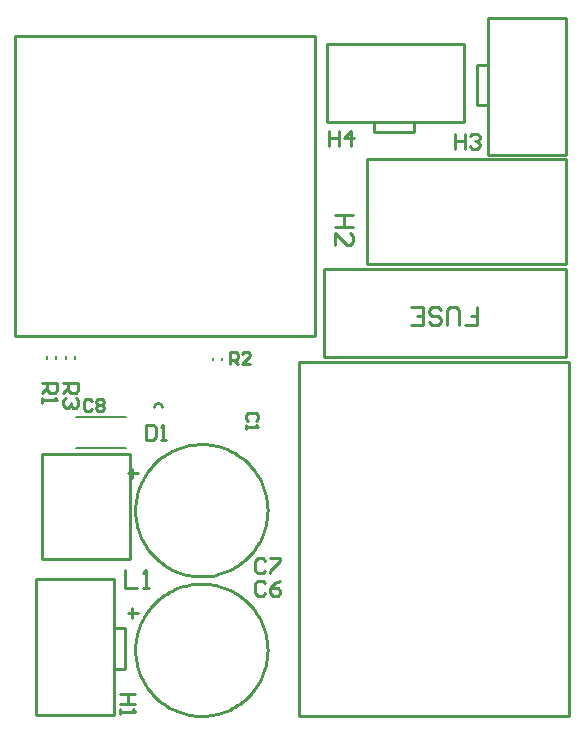
<source format=gto>
G04*
G04 #@! TF.GenerationSoftware,Altium Limited,Altium Designer,20.1.12 (249)*
G04*
G04 Layer_Color=65535*
%FSLAX25Y25*%
%MOIN*%
G70*
G04*
G04 #@! TF.SameCoordinates,52F10900-DB58-4C41-AEEA-7F3F7A3DCA95*
G04*
G04*
G04 #@! TF.FilePolarity,Positive*
G04*
G01*
G75*
%ADD10C,0.01000*%
%ADD11C,0.00787*%
%ADD12C,0.00500*%
D10*
X189250Y206000D02*
X188884Y206884D01*
X188000Y207250D01*
X187116Y206884D01*
X186750Y206000D01*
X224547Y125000D02*
X224525Y125996D01*
X224457Y126990D01*
X224345Y127981D01*
X224188Y128965D01*
X223987Y129941D01*
X223741Y130906D01*
X223453Y131860D01*
X223121Y132800D01*
X222748Y133724D01*
X222333Y134630D01*
X221878Y135516D01*
X221382Y136381D01*
X220849Y137223D01*
X220278Y138040D01*
X219670Y138830D01*
X219028Y139591D01*
X218352Y140323D01*
X217643Y141024D01*
X216904Y141692D01*
X216135Y142326D01*
X215338Y142924D01*
X214515Y143486D01*
X213667Y144010D01*
X212797Y144495D01*
X211905Y144940D01*
X210995Y145345D01*
X210067Y145708D01*
X209123Y146029D01*
X208166Y146307D01*
X207197Y146541D01*
X206219Y146731D01*
X205234Y146877D01*
X204242Y146978D01*
X203247Y147035D01*
X202251Y147046D01*
X201255Y147012D01*
X200261Y146933D01*
X199273Y146810D01*
X198291Y146642D01*
X197317Y146429D01*
X196354Y146173D01*
X195403Y145874D01*
X194467Y145532D01*
X193548Y145148D01*
X192647Y144723D01*
X191765Y144257D01*
X190906Y143753D01*
X190071Y143210D01*
X189260Y142629D01*
X188477Y142013D01*
X187723Y141362D01*
X186999Y140678D01*
X186306Y139961D01*
X185646Y139214D01*
X185021Y138438D01*
X184432Y137634D01*
X183879Y136805D01*
X183365Y135952D01*
X182890Y135076D01*
X182455Y134179D01*
X182060Y133264D01*
X181708Y132332D01*
X181398Y131385D01*
X181131Y130425D01*
X180907Y129454D01*
X180728Y128473D01*
X180593Y127486D01*
X180503Y126494D01*
X180458Y125498D01*
Y124502D01*
X180503Y123506D01*
X180593Y122514D01*
X180728Y121526D01*
X180907Y120546D01*
X181131Y119575D01*
X181398Y118615D01*
X181708Y117668D01*
X182060Y116736D01*
X182455Y115821D01*
X182890Y114924D01*
X183365Y114048D01*
X183880Y113195D01*
X184432Y112365D01*
X185021Y111562D01*
X185646Y110786D01*
X186306Y110039D01*
X186999Y109322D01*
X187723Y108638D01*
X188477Y107987D01*
X189260Y107371D01*
X190071Y106790D01*
X190906Y106247D01*
X191765Y105743D01*
X192647Y105277D01*
X193548Y104852D01*
X194467Y104468D01*
X195403Y104126D01*
X196354Y103827D01*
X197317Y103571D01*
X198291Y103358D01*
X199273Y103190D01*
X200262Y103067D01*
X201255Y102988D01*
X202251Y102954D01*
X203247Y102965D01*
X204242Y103022D01*
X205234Y103123D01*
X206220Y103269D01*
X207198Y103459D01*
X208166Y103693D01*
X209123Y103971D01*
X210067Y104292D01*
X210995Y104655D01*
X211906Y105060D01*
X212797Y105505D01*
X213667Y105990D01*
X214515Y106514D01*
X215338Y107076D01*
X216135Y107675D01*
X216904Y108308D01*
X217643Y108976D01*
X218352Y109677D01*
X219028Y110409D01*
X219671Y111171D01*
X220278Y111961D01*
X220849Y112777D01*
X221383Y113619D01*
X221878Y114484D01*
X222333Y115370D01*
X222748Y116276D01*
X223121Y117200D01*
X223453Y118140D01*
X223741Y119094D01*
X223987Y120060D01*
X224188Y121036D01*
X224345Y122020D01*
X224457Y123010D01*
X224525Y124004D01*
X224547Y125000D01*
Y171500D02*
X224525Y172496D01*
X224457Y173491D01*
X224345Y174481D01*
X224188Y175465D01*
X223987Y176441D01*
X223741Y177407D01*
X223453Y178360D01*
X223121Y179300D01*
X222748Y180224D01*
X222333Y181130D01*
X221878Y182016D01*
X221382Y182881D01*
X220849Y183723D01*
X220278Y184539D01*
X219670Y185329D01*
X219028Y186091D01*
X218352Y186823D01*
X217643Y187524D01*
X216904Y188192D01*
X216135Y188826D01*
X215338Y189424D01*
X214515Y189986D01*
X213667Y190510D01*
X212797Y190995D01*
X211905Y191440D01*
X210995Y191845D01*
X210067Y192208D01*
X209123Y192529D01*
X208166Y192807D01*
X207197Y193041D01*
X206219Y193231D01*
X205234Y193377D01*
X204242Y193478D01*
X203247Y193535D01*
X202251Y193546D01*
X201255Y193512D01*
X200261Y193433D01*
X199273Y193310D01*
X198291Y193142D01*
X197317Y192929D01*
X196354Y192673D01*
X195403Y192374D01*
X194467Y192032D01*
X193548Y191648D01*
X192647Y191223D01*
X191765Y190757D01*
X190906Y190253D01*
X190071Y189710D01*
X189260Y189129D01*
X188477Y188513D01*
X187723Y187862D01*
X186999Y187178D01*
X186306Y186461D01*
X185646Y185714D01*
X185021Y184938D01*
X184432Y184134D01*
X183879Y183305D01*
X183365Y182452D01*
X182890Y181576D01*
X182455Y180679D01*
X182060Y179764D01*
X181708Y178832D01*
X181398Y177885D01*
X181131Y176925D01*
X180907Y175954D01*
X180728Y174973D01*
X180593Y173986D01*
X180503Y172994D01*
X180458Y171998D01*
Y171002D01*
X180503Y170006D01*
X180593Y169014D01*
X180728Y168026D01*
X180907Y167046D01*
X181131Y166075D01*
X181398Y165115D01*
X181708Y164168D01*
X182060Y163236D01*
X182455Y162321D01*
X182890Y161424D01*
X183365Y160548D01*
X183880Y159695D01*
X184432Y158865D01*
X185021Y158062D01*
X185646Y157286D01*
X186306Y156539D01*
X186999Y155822D01*
X187723Y155138D01*
X188477Y154487D01*
X189260Y153871D01*
X190071Y153290D01*
X190906Y152747D01*
X191765Y152243D01*
X192647Y151777D01*
X193548Y151352D01*
X194467Y150968D01*
X195403Y150626D01*
X196354Y150327D01*
X197317Y150071D01*
X198291Y149858D01*
X199273Y149690D01*
X200262Y149567D01*
X201255Y149488D01*
X202251Y149454D01*
X203247Y149465D01*
X204242Y149522D01*
X205234Y149623D01*
X206220Y149769D01*
X207198Y149959D01*
X208166Y150193D01*
X209123Y150471D01*
X210067Y150792D01*
X210995Y151155D01*
X211906Y151560D01*
X212797Y152005D01*
X213667Y152490D01*
X214515Y153014D01*
X215338Y153576D01*
X216135Y154174D01*
X216904Y154808D01*
X217643Y155476D01*
X218352Y156177D01*
X219028Y156909D01*
X219671Y157671D01*
X220278Y158461D01*
X220849Y159277D01*
X221383Y160119D01*
X221878Y160984D01*
X222333Y161870D01*
X222748Y162776D01*
X223121Y163700D01*
X223453Y164640D01*
X223741Y165594D01*
X223987Y166560D01*
X224188Y167535D01*
X224345Y168520D01*
X224457Y169510D01*
X224525Y170504D01*
X224547Y171500D01*
X235000Y103000D02*
Y221000D01*
X325000D01*
Y103000D02*
Y221000D01*
X235000Y103000D02*
X325000D01*
X149300Y190375D02*
X178600D01*
X149300Y155275D02*
Y190375D01*
Y155275D02*
X178600D01*
Y190375D01*
X147399Y148700D02*
X173399D01*
Y103200D02*
Y148700D01*
X147399Y103200D02*
X173399D01*
X147399D02*
Y148700D01*
X173399Y132200D02*
X176899D01*
Y118700D02*
Y132200D01*
X173399Y118700D02*
X176899D01*
X257600Y253600D02*
Y288500D01*
Y253600D02*
X324100Y253600D01*
Y288500D01*
X257600D02*
X324100D01*
X290000Y301000D02*
Y327000D01*
X244500Y301000D02*
X290000D01*
X244500D02*
Y327000D01*
X290000D01*
X273500Y297500D02*
Y301000D01*
X260000Y297500D02*
X273500D01*
X260000D02*
Y301000D01*
X298000Y290000D02*
X324000D01*
X298000D02*
Y335500D01*
X324000D01*
Y290000D02*
Y335500D01*
X294500Y306500D02*
X298000D01*
X294500D02*
Y320000D01*
X298000D01*
X243500Y222500D02*
Y252000D01*
X324000D01*
X243500Y222500D02*
X324000D01*
Y252000D01*
X140500Y229500D02*
X240500D01*
X140500Y329500D02*
X240500D01*
Y229500D02*
Y329500D01*
X140500Y229500D02*
Y329500D01*
X177900Y137300D02*
X181200D01*
X179500Y135700D02*
Y138900D01*
X177900Y183800D02*
X181200D01*
X179500Y182200D02*
Y185400D01*
X290401Y233202D02*
X294400D01*
Y236201D01*
X292401D01*
X294400D01*
Y239200D01*
X288402Y233202D02*
Y238200D01*
X287402Y239200D01*
X285403D01*
X284403Y238200D01*
Y233202D01*
X278405Y234202D02*
X279405Y233202D01*
X281404D01*
X282404Y234202D01*
Y235201D01*
X281404Y236201D01*
X279405D01*
X278405Y237201D01*
Y238200D01*
X279405Y239200D01*
X281404D01*
X282404Y238200D01*
X272407Y233202D02*
X276406D01*
Y239200D01*
X272407D01*
X276406Y236201D02*
X274407D01*
X245000Y297998D02*
Y293000D01*
Y295499D01*
X248332D01*
Y297998D01*
Y293000D01*
X252498D02*
Y297998D01*
X249998Y295499D01*
X253331D01*
X287000Y296998D02*
Y292000D01*
Y294499D01*
X290332D01*
Y296998D01*
Y292000D01*
X291998Y296165D02*
X292831Y296998D01*
X294498D01*
X295331Y296165D01*
Y295332D01*
X294498Y294499D01*
X293665D01*
X294498D01*
X295331Y293666D01*
Y292833D01*
X294498Y292000D01*
X292831D01*
X291998Y292833D01*
X252998Y270000D02*
X247000D01*
X249999D01*
Y266001D01*
X252998D01*
X247000D01*
Y260003D02*
Y264002D01*
X250999Y260003D01*
X251998D01*
X252998Y261003D01*
Y263002D01*
X251998Y264002D01*
X180498Y110200D02*
X175500D01*
X177999D01*
Y106868D01*
X180498D01*
X175500D01*
Y105202D02*
Y103535D01*
Y104369D01*
X180498D01*
X179665Y105202D01*
X156500Y214000D02*
X161498D01*
Y211501D01*
X160665Y210668D01*
X158999D01*
X158166Y211501D01*
Y214000D01*
Y212334D02*
X156500Y210668D01*
X160665Y209002D02*
X161498Y208169D01*
Y206502D01*
X160665Y205669D01*
X159832D01*
X158999Y206502D01*
Y207335D01*
Y206502D01*
X158166Y205669D01*
X157333D01*
X156500Y206502D01*
Y208169D01*
X157333Y209002D01*
X212000Y220314D02*
Y224313D01*
X213999D01*
X214666Y223647D01*
Y222314D01*
X213999Y221647D01*
X212000D01*
X213333D02*
X214666Y220314D01*
X218665D02*
X215999D01*
X218665Y222980D01*
Y223647D01*
X217998Y224313D01*
X216665D01*
X215999Y223647D01*
X149500Y214000D02*
X154498D01*
Y211501D01*
X153665Y210668D01*
X151999D01*
X151166Y211501D01*
Y214000D01*
Y212334D02*
X149500Y210668D01*
Y209002D02*
Y207335D01*
Y208169D01*
X154498D01*
X153665Y209002D01*
X177000Y151498D02*
Y145500D01*
X180999D01*
X182998D02*
X184997D01*
X183998D01*
Y151498D01*
X182998Y150498D01*
X184000Y199998D02*
Y195000D01*
X186499D01*
X187332Y195833D01*
Y199165D01*
X186499Y199998D01*
X184000D01*
X188998Y195000D02*
X190665D01*
X189831D01*
Y199998D01*
X188998Y199165D01*
X166166Y207832D02*
X165499Y208499D01*
X164166D01*
X163500Y207832D01*
Y205166D01*
X164166Y204500D01*
X165499D01*
X166166Y205166D01*
X167499Y207832D02*
X168165Y208499D01*
X169498D01*
X170165Y207832D01*
Y207166D01*
X169498Y206499D01*
X170165Y205833D01*
Y205166D01*
X169498Y204500D01*
X168165D01*
X167499Y205166D01*
Y205833D01*
X168165Y206499D01*
X167499Y207166D01*
Y207832D01*
X168165Y206499D02*
X169498D01*
X223832Y154665D02*
X222999Y155498D01*
X221333D01*
X220500Y154665D01*
Y151333D01*
X221333Y150500D01*
X222999D01*
X223832Y151333D01*
X225498Y155498D02*
X228831D01*
Y154665D01*
X225498Y151333D01*
Y150500D01*
X223832Y147165D02*
X222999Y147998D01*
X221333D01*
X220500Y147165D01*
Y143833D01*
X221333Y143000D01*
X222999D01*
X223832Y143833D01*
X228831Y147998D02*
X227165Y147165D01*
X225498Y145499D01*
Y143833D01*
X226331Y143000D01*
X227998D01*
X228831Y143833D01*
Y144666D01*
X227998Y145499D01*
X225498D01*
X220832Y201334D02*
X221499Y202001D01*
Y203333D01*
X220832Y204000D01*
X218166D01*
X217500Y203333D01*
Y202001D01*
X218166Y201334D01*
X217500Y200001D02*
Y198668D01*
Y199335D01*
X221499D01*
X220832Y200001D01*
D11*
X153976Y222106D02*
Y222894D01*
X151024Y222106D02*
Y222894D01*
X157524Y222106D02*
Y222894D01*
X160476Y222106D02*
Y222894D01*
X209476Y221606D02*
Y222394D01*
X206524Y221606D02*
Y222394D01*
D12*
X160634Y202697D02*
X177366D01*
X160634Y192303D02*
X177366D01*
M02*

</source>
